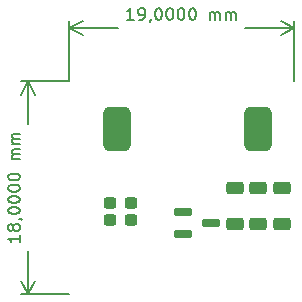
<source format=gbr>
%TF.GenerationSoftware,KiCad,Pcbnew,(6.0.0)*%
%TF.CreationDate,2022-02-02T19:47:16+00:00*%
%TF.ProjectId,LED,4c45442e-6b69-4636-9164-5f7063625858,rev?*%
%TF.SameCoordinates,Original*%
%TF.FileFunction,Paste,Top*%
%TF.FilePolarity,Positive*%
%FSLAX46Y46*%
G04 Gerber Fmt 4.6, Leading zero omitted, Abs format (unit mm)*
G04 Created by KiCad (PCBNEW (6.0.0)) date 2022-02-02 19:47:16*
%MOMM*%
%LPD*%
G01*
G04 APERTURE LIST*
G04 Aperture macros list*
%AMRoundRect*
0 Rectangle with rounded corners*
0 $1 Rounding radius*
0 $2 $3 $4 $5 $6 $7 $8 $9 X,Y pos of 4 corners*
0 Add a 4 corners polygon primitive as box body*
4,1,4,$2,$3,$4,$5,$6,$7,$8,$9,$2,$3,0*
0 Add four circle primitives for the rounded corners*
1,1,$1+$1,$2,$3*
1,1,$1+$1,$4,$5*
1,1,$1+$1,$6,$7*
1,1,$1+$1,$8,$9*
0 Add four rect primitives between the rounded corners*
20,1,$1+$1,$2,$3,$4,$5,0*
20,1,$1+$1,$4,$5,$6,$7,0*
20,1,$1+$1,$6,$7,$8,$9,0*
20,1,$1+$1,$8,$9,$2,$3,0*%
G04 Aperture macros list end*
%ADD10C,0.150000*%
%ADD11RoundRect,0.600000X-0.600000X-1.300000X0.600000X-1.300000X0.600000X1.300000X-0.600000X1.300000X0*%
%ADD12RoundRect,0.237500X-0.300000X-0.237500X0.300000X-0.237500X0.300000X0.237500X-0.300000X0.237500X0*%
%ADD13RoundRect,0.237500X0.300000X0.237500X-0.300000X0.237500X-0.300000X-0.237500X0.300000X-0.237500X0*%
%ADD14RoundRect,0.262500X0.487500X-0.262500X0.487500X0.262500X-0.487500X0.262500X-0.487500X-0.262500X0*%
%ADD15RoundRect,0.150000X-0.650000X0.150000X-0.650000X-0.150000X0.650000X-0.150000X0.650000X0.150000X0*%
G04 APERTURE END LIST*
D10*
X138952380Y-65302380D02*
X138380952Y-65302380D01*
X138666666Y-65302380D02*
X138666666Y-64302380D01*
X138571428Y-64445238D01*
X138476190Y-64540476D01*
X138380952Y-64588095D01*
X139428571Y-65302380D02*
X139619047Y-65302380D01*
X139714285Y-65254761D01*
X139761904Y-65207142D01*
X139857142Y-65064285D01*
X139904761Y-64873809D01*
X139904761Y-64492857D01*
X139857142Y-64397619D01*
X139809523Y-64350000D01*
X139714285Y-64302380D01*
X139523809Y-64302380D01*
X139428571Y-64350000D01*
X139380952Y-64397619D01*
X139333333Y-64492857D01*
X139333333Y-64730952D01*
X139380952Y-64826190D01*
X139428571Y-64873809D01*
X139523809Y-64921428D01*
X139714285Y-64921428D01*
X139809523Y-64873809D01*
X139857142Y-64826190D01*
X139904761Y-64730952D01*
X140380952Y-65254761D02*
X140380952Y-65302380D01*
X140333333Y-65397619D01*
X140285714Y-65445238D01*
X141000000Y-64302380D02*
X141095238Y-64302380D01*
X141190476Y-64350000D01*
X141238095Y-64397619D01*
X141285714Y-64492857D01*
X141333333Y-64683333D01*
X141333333Y-64921428D01*
X141285714Y-65111904D01*
X141238095Y-65207142D01*
X141190476Y-65254761D01*
X141095238Y-65302380D01*
X141000000Y-65302380D01*
X140904761Y-65254761D01*
X140857142Y-65207142D01*
X140809523Y-65111904D01*
X140761904Y-64921428D01*
X140761904Y-64683333D01*
X140809523Y-64492857D01*
X140857142Y-64397619D01*
X140904761Y-64350000D01*
X141000000Y-64302380D01*
X141952380Y-64302380D02*
X142047619Y-64302380D01*
X142142857Y-64350000D01*
X142190476Y-64397619D01*
X142238095Y-64492857D01*
X142285714Y-64683333D01*
X142285714Y-64921428D01*
X142238095Y-65111904D01*
X142190476Y-65207142D01*
X142142857Y-65254761D01*
X142047619Y-65302380D01*
X141952380Y-65302380D01*
X141857142Y-65254761D01*
X141809523Y-65207142D01*
X141761904Y-65111904D01*
X141714285Y-64921428D01*
X141714285Y-64683333D01*
X141761904Y-64492857D01*
X141809523Y-64397619D01*
X141857142Y-64350000D01*
X141952380Y-64302380D01*
X142904761Y-64302380D02*
X143000000Y-64302380D01*
X143095238Y-64350000D01*
X143142857Y-64397619D01*
X143190476Y-64492857D01*
X143238095Y-64683333D01*
X143238095Y-64921428D01*
X143190476Y-65111904D01*
X143142857Y-65207142D01*
X143095238Y-65254761D01*
X143000000Y-65302380D01*
X142904761Y-65302380D01*
X142809523Y-65254761D01*
X142761904Y-65207142D01*
X142714285Y-65111904D01*
X142666666Y-64921428D01*
X142666666Y-64683333D01*
X142714285Y-64492857D01*
X142761904Y-64397619D01*
X142809523Y-64350000D01*
X142904761Y-64302380D01*
X143857142Y-64302380D02*
X143952380Y-64302380D01*
X144047619Y-64350000D01*
X144095238Y-64397619D01*
X144142857Y-64492857D01*
X144190476Y-64683333D01*
X144190476Y-64921428D01*
X144142857Y-65111904D01*
X144095238Y-65207142D01*
X144047619Y-65254761D01*
X143952380Y-65302380D01*
X143857142Y-65302380D01*
X143761904Y-65254761D01*
X143714285Y-65207142D01*
X143666666Y-65111904D01*
X143619047Y-64921428D01*
X143619047Y-64683333D01*
X143666666Y-64492857D01*
X143714285Y-64397619D01*
X143761904Y-64350000D01*
X143857142Y-64302380D01*
X145380952Y-65302380D02*
X145380952Y-64635714D01*
X145380952Y-64730952D02*
X145428571Y-64683333D01*
X145523809Y-64635714D01*
X145666666Y-64635714D01*
X145761904Y-64683333D01*
X145809523Y-64778571D01*
X145809523Y-65302380D01*
X145809523Y-64778571D02*
X145857142Y-64683333D01*
X145952380Y-64635714D01*
X146095238Y-64635714D01*
X146190476Y-64683333D01*
X146238095Y-64778571D01*
X146238095Y-65302380D01*
X146714285Y-65302380D02*
X146714285Y-64635714D01*
X146714285Y-64730952D02*
X146761904Y-64683333D01*
X146857142Y-64635714D01*
X147000000Y-64635714D01*
X147095238Y-64683333D01*
X147142857Y-64778571D01*
X147142857Y-65302380D01*
X147142857Y-64778571D02*
X147190476Y-64683333D01*
X147285714Y-64635714D01*
X147428571Y-64635714D01*
X147523809Y-64683333D01*
X147571428Y-64778571D01*
X147571428Y-65302380D01*
X133500000Y-70500000D02*
X133500000Y-65413580D01*
X152500000Y-70500000D02*
X152500000Y-65413580D01*
X133500000Y-66000000D02*
X137615476Y-66000000D01*
X148384524Y-66000000D02*
X152500000Y-66000000D01*
X133500000Y-66000000D02*
X134626504Y-66586421D01*
X133500000Y-66000000D02*
X134626504Y-65413579D01*
X152500000Y-66000000D02*
X151373496Y-65413579D01*
X152500000Y-66000000D02*
X151373496Y-66586421D01*
X129302380Y-83547619D02*
X129302380Y-84119047D01*
X129302380Y-83833333D02*
X128302380Y-83833333D01*
X128445238Y-83928571D01*
X128540476Y-84023809D01*
X128588095Y-84119047D01*
X128730952Y-82976190D02*
X128683333Y-83071428D01*
X128635714Y-83119047D01*
X128540476Y-83166666D01*
X128492857Y-83166666D01*
X128397619Y-83119047D01*
X128350000Y-83071428D01*
X128302380Y-82976190D01*
X128302380Y-82785714D01*
X128350000Y-82690476D01*
X128397619Y-82642857D01*
X128492857Y-82595238D01*
X128540476Y-82595238D01*
X128635714Y-82642857D01*
X128683333Y-82690476D01*
X128730952Y-82785714D01*
X128730952Y-82976190D01*
X128778571Y-83071428D01*
X128826190Y-83119047D01*
X128921428Y-83166666D01*
X129111904Y-83166666D01*
X129207142Y-83119047D01*
X129254761Y-83071428D01*
X129302380Y-82976190D01*
X129302380Y-82785714D01*
X129254761Y-82690476D01*
X129207142Y-82642857D01*
X129111904Y-82595238D01*
X128921428Y-82595238D01*
X128826190Y-82642857D01*
X128778571Y-82690476D01*
X128730952Y-82785714D01*
X129254761Y-82119047D02*
X129302380Y-82119047D01*
X129397619Y-82166666D01*
X129445238Y-82214285D01*
X128302380Y-81500000D02*
X128302380Y-81404761D01*
X128350000Y-81309523D01*
X128397619Y-81261904D01*
X128492857Y-81214285D01*
X128683333Y-81166666D01*
X128921428Y-81166666D01*
X129111904Y-81214285D01*
X129207142Y-81261904D01*
X129254761Y-81309523D01*
X129302380Y-81404761D01*
X129302380Y-81500000D01*
X129254761Y-81595238D01*
X129207142Y-81642857D01*
X129111904Y-81690476D01*
X128921428Y-81738095D01*
X128683333Y-81738095D01*
X128492857Y-81690476D01*
X128397619Y-81642857D01*
X128350000Y-81595238D01*
X128302380Y-81500000D01*
X128302380Y-80547619D02*
X128302380Y-80452380D01*
X128350000Y-80357142D01*
X128397619Y-80309523D01*
X128492857Y-80261904D01*
X128683333Y-80214285D01*
X128921428Y-80214285D01*
X129111904Y-80261904D01*
X129207142Y-80309523D01*
X129254761Y-80357142D01*
X129302380Y-80452380D01*
X129302380Y-80547619D01*
X129254761Y-80642857D01*
X129207142Y-80690476D01*
X129111904Y-80738095D01*
X128921428Y-80785714D01*
X128683333Y-80785714D01*
X128492857Y-80738095D01*
X128397619Y-80690476D01*
X128350000Y-80642857D01*
X128302380Y-80547619D01*
X128302380Y-79595238D02*
X128302380Y-79500000D01*
X128350000Y-79404761D01*
X128397619Y-79357142D01*
X128492857Y-79309523D01*
X128683333Y-79261904D01*
X128921428Y-79261904D01*
X129111904Y-79309523D01*
X129207142Y-79357142D01*
X129254761Y-79404761D01*
X129302380Y-79500000D01*
X129302380Y-79595238D01*
X129254761Y-79690476D01*
X129207142Y-79738095D01*
X129111904Y-79785714D01*
X128921428Y-79833333D01*
X128683333Y-79833333D01*
X128492857Y-79785714D01*
X128397619Y-79738095D01*
X128350000Y-79690476D01*
X128302380Y-79595238D01*
X128302380Y-78642857D02*
X128302380Y-78547619D01*
X128350000Y-78452380D01*
X128397619Y-78404761D01*
X128492857Y-78357142D01*
X128683333Y-78309523D01*
X128921428Y-78309523D01*
X129111904Y-78357142D01*
X129207142Y-78404761D01*
X129254761Y-78452380D01*
X129302380Y-78547619D01*
X129302380Y-78642857D01*
X129254761Y-78738095D01*
X129207142Y-78785714D01*
X129111904Y-78833333D01*
X128921428Y-78880952D01*
X128683333Y-78880952D01*
X128492857Y-78833333D01*
X128397619Y-78785714D01*
X128350000Y-78738095D01*
X128302380Y-78642857D01*
X129302380Y-77119047D02*
X128635714Y-77119047D01*
X128730952Y-77119047D02*
X128683333Y-77071428D01*
X128635714Y-76976190D01*
X128635714Y-76833333D01*
X128683333Y-76738095D01*
X128778571Y-76690476D01*
X129302380Y-76690476D01*
X128778571Y-76690476D02*
X128683333Y-76642857D01*
X128635714Y-76547619D01*
X128635714Y-76404761D01*
X128683333Y-76309523D01*
X128778571Y-76261904D01*
X129302380Y-76261904D01*
X129302380Y-75785714D02*
X128635714Y-75785714D01*
X128730952Y-75785714D02*
X128683333Y-75738095D01*
X128635714Y-75642857D01*
X128635714Y-75500000D01*
X128683333Y-75404761D01*
X128778571Y-75357142D01*
X129302380Y-75357142D01*
X128778571Y-75357142D02*
X128683333Y-75309523D01*
X128635714Y-75214285D01*
X128635714Y-75071428D01*
X128683333Y-74976190D01*
X128778571Y-74928571D01*
X129302380Y-74928571D01*
X133500000Y-70500000D02*
X129413580Y-70500000D01*
X133500000Y-88500000D02*
X129413580Y-88500000D01*
X130000000Y-70500000D02*
X130000000Y-74115476D01*
X130000000Y-84884524D02*
X130000000Y-88500000D01*
X130000000Y-70500000D02*
X129413579Y-71626504D01*
X130000000Y-70500000D02*
X130586421Y-71626504D01*
X130000000Y-88500000D02*
X130586421Y-87373496D01*
X130000000Y-88500000D02*
X129413579Y-87373496D01*
D11*
%TO.C,D1*%
X149500000Y-74500000D03*
X137500000Y-74500000D03*
%TD*%
D12*
%TO.C,C2*%
X136959000Y-80772000D03*
X138684000Y-80772000D03*
%TD*%
D13*
%TO.C,C1*%
X138684000Y-82245200D03*
X136959000Y-82245200D03*
%TD*%
D14*
%TO.C,U2*%
X149500000Y-82609600D03*
X149500000Y-79559600D03*
%TD*%
%TO.C,U3*%
X147500000Y-79559600D03*
X147500000Y-82609600D03*
%TD*%
D15*
%TO.C,Q1*%
X143100000Y-81550000D03*
X143100000Y-83450000D03*
X145500000Y-82500000D03*
%TD*%
D14*
%TO.C,U1*%
X151500000Y-79500000D03*
X151500000Y-82550000D03*
%TD*%
M02*

</source>
